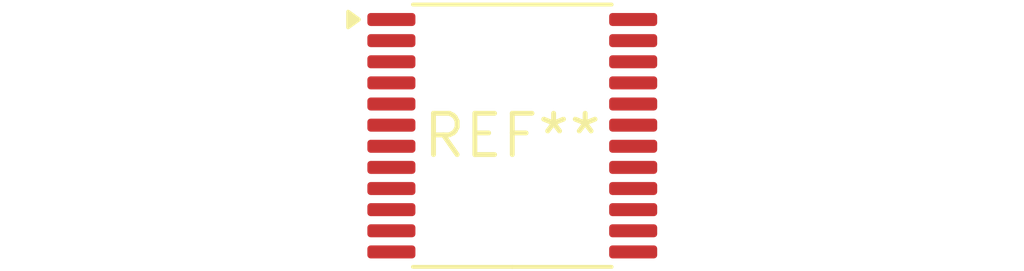
<source format=kicad_pcb>
(kicad_pcb (version 20240108) (generator pcbnew)
  (layers (0 "F.Cu" signal) (31 "B.Cu" signal) (34 "B.Paste" user) (35 "F.Paste" user) (36 "B.SilkS" user "B.Silkscreen") (37 "F.SilkS" user "F.Silkscreen") (38 "B.Mask" user) (39 "F.Mask" user) (44 "Edge.Cuts" user))
  (net 0 "")
  (footprint "TSSOP-24_6.1x7.8mm_P0.65mm" (layer "F.Cu") (at 0 0)
    (property "Reference" "REF**")
    (property "Value" "TSSOP-24_6.1x7.8mm_P0.65mm")
    (fp_line (start 0 -4.035) (end -3.05 -4.035) (layer "F.SilkS") (stroke (width 0.12)))
    (fp_line (start 0 -4.035) (end 3.05 -4.035) (layer "F.SilkS") (stroke (width 0.12)))
    (fp_line (start 0 4.035) (end -3.05 4.035) (layer "F.SilkS") (stroke (width 0.12)))
    (fp_line (start 0 4.035) (end 3.05 4.035) (layer "F.SilkS") (stroke (width 0.12)))
    (fp_poly (pts (xy -4.71 -3.575) (xy -5.04 -3.815) (xy -5.04 -3.335) (xy -4.71 -3.575)) (layer "F.SilkS") (stroke (width 0.12)) (fill solid))
    (pad "1" smd roundrect (at -3.7125 -3.575) (size 1.475 0.4) (layers "F.Cu" "F.Paste" "F.Mask"))
    (pad "2" smd roundrect (at -3.7125 -2.925) (size 1.475 0.4) (layers "F.Cu" "F.Paste" "F.Mask"))
    (pad "3" smd roundrect (at -3.7125 -2.275) (size 1.475 0.4) (layers "F.Cu" "F.Paste" "F.Mask"))
    (pad "4" smd roundrect (at -3.7125 -1.625) (size 1.475 0.4) (layers "F.Cu" "F.Paste" "F.Mask"))
    (pad "5" smd roundrect (at -3.7125 -0.975) (size 1.475 0.4) (layers "F.Cu" "F.Paste" "F.Mask"))
    (pad "6" smd roundrect (at -3.7125 -0.325) (size 1.475 0.4) (layers "F.Cu" "F.Paste" "F.Mask"))
    (pad "7" smd roundrect (at -3.7125 0.325) (size 1.475 0.4) (layers "F.Cu" "F.Paste" "F.Mask"))
    (pad "8" smd roundrect (at -3.7125 0.975) (size 1.475 0.4) (layers "F.Cu" "F.Paste" "F.Mask"))
    (pad "9" smd roundrect (at -3.7125 1.625) (size 1.475 0.4) (layers "F.Cu" "F.Paste" "F.Mask"))
    (pad "10" smd roundrect (at -3.7125 2.275) (size 1.475 0.4) (layers "F.Cu" "F.Paste" "F.Mask"))
    (pad "11" smd roundrect (at -3.7125 2.925) (size 1.475 0.4) (layers "F.Cu" "F.Paste" "F.Mask"))
    (pad "12" smd roundrect (at -3.7125 3.575) (size 1.475 0.4) (layers "F.Cu" "F.Paste" "F.Mask"))
    (pad "13" smd roundrect (at 3.7125 3.575) (size 1.475 0.4) (layers "F.Cu" "F.Paste" "F.Mask"))
    (pad "14" smd roundrect (at 3.7125 2.925) (size 1.475 0.4) (layers "F.Cu" "F.Paste" "F.Mask"))
    (pad "15" smd roundrect (at 3.7125 2.275) (size 1.475 0.4) (layers "F.Cu" "F.Paste" "F.Mask"))
    (pad "16" smd roundrect (at 3.7125 1.625) (size 1.475 0.4) (layers "F.Cu" "F.Paste" "F.Mask"))
    (pad "17" smd roundrect (at 3.7125 0.975) (size 1.475 0.4) (layers "F.Cu" "F.Paste" "F.Mask"))
    (pad "18" smd roundrect (at 3.7125 0.325) (size 1.475 0.4) (layers "F.Cu" "F.Paste" "F.Mask"))
    (pad "19" smd roundrect (at 3.7125 -0.325) (size 1.475 0.4) (layers "F.Cu" "F.Paste" "F.Mask"))
    (pad "20" smd roundrect (at 3.7125 -0.975) (size 1.475 0.4) (layers "F.Cu" "F.Paste" "F.Mask"))
    (pad "21" smd roundrect (at 3.7125 -1.625) (size 1.475 0.4) (layers "F.Cu" "F.Paste" "F.Mask"))
    (pad "22" smd roundrect (at 3.7125 -2.275) (size 1.475 0.4) (layers "F.Cu" "F.Paste" "F.Mask"))
    (pad "23" smd roundrect (at 3.7125 -2.925) (size 1.475 0.4) (layers "F.Cu" "F.Paste" "F.Mask"))
    (pad "24" smd roundrect (at 3.7125 -3.575) (size 1.475 0.4) (layers "F.Cu" "F.Paste" "F.Mask"))
  )
)
</source>
